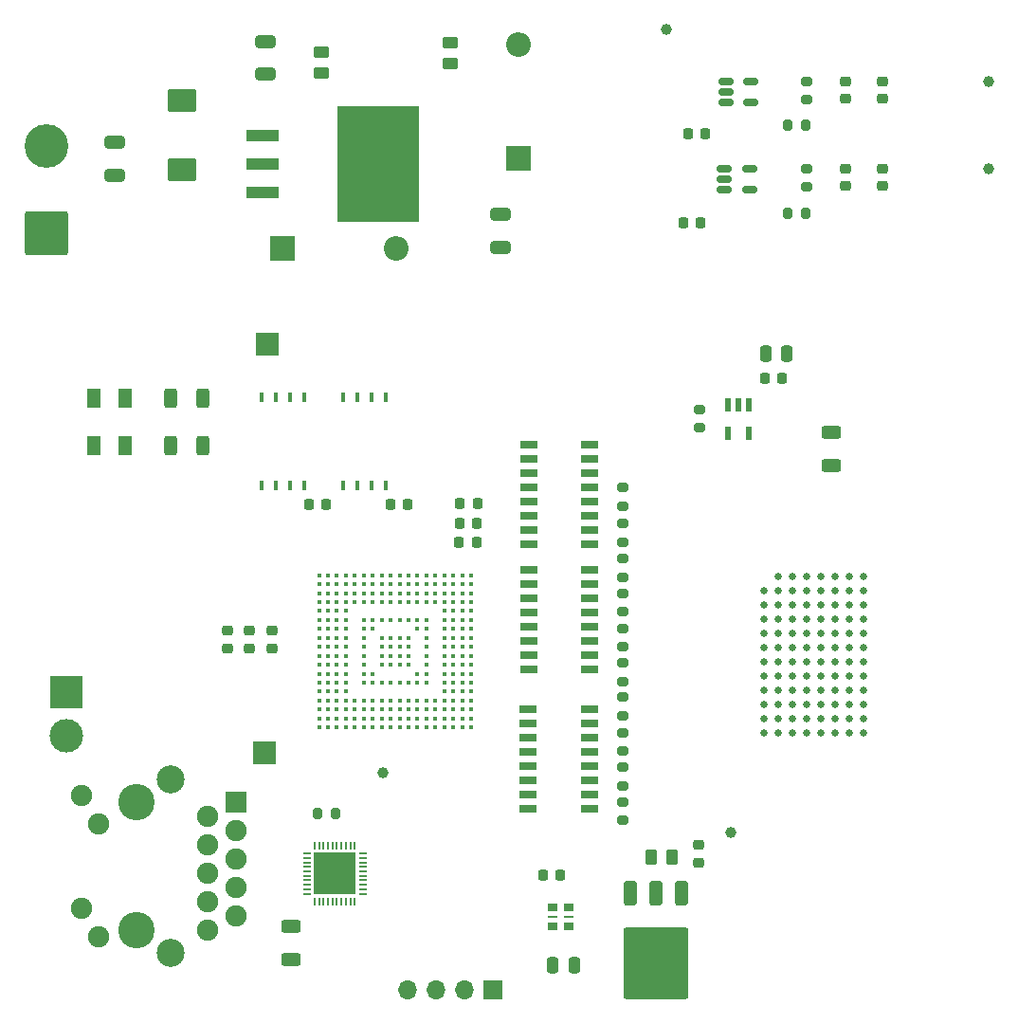
<source format=gbr>
%TF.GenerationSoftware,KiCad,Pcbnew,9.0.0*%
%TF.CreationDate,2025-02-27T19:38:36-05:00*%
%TF.ProjectId,S25-26,5332352d-3236-42e6-9b69-6361645f7063,rev?*%
%TF.SameCoordinates,Original*%
%TF.FileFunction,Soldermask,Top*%
%TF.FilePolarity,Negative*%
%FSLAX46Y46*%
G04 Gerber Fmt 4.6, Leading zero omitted, Abs format (unit mm)*
G04 Created by KiCad (PCBNEW 9.0.0) date 2025-02-27 19:38:36*
%MOMM*%
%LPD*%
G01*
G04 APERTURE LIST*
G04 Aperture macros list*
%AMRoundRect*
0 Rectangle with rounded corners*
0 $1 Rounding radius*
0 $2 $3 $4 $5 $6 $7 $8 $9 X,Y pos of 4 corners*
0 Add a 4 corners polygon primitive as box body*
4,1,4,$2,$3,$4,$5,$6,$7,$8,$9,$2,$3,0*
0 Add four circle primitives for the rounded corners*
1,1,$1+$1,$2,$3*
1,1,$1+$1,$4,$5*
1,1,$1+$1,$6,$7*
1,1,$1+$1,$8,$9*
0 Add four rect primitives between the rounded corners*
20,1,$1+$1,$2,$3,$4,$5,0*
20,1,$1+$1,$4,$5,$6,$7,0*
20,1,$1+$1,$6,$7,$8,$9,0*
20,1,$1+$1,$8,$9,$2,$3,0*%
G04 Aperture macros list end*
%ADD10R,7.250000X10.300000*%
%ADD11R,3.000000X1.000000*%
%ADD12RoundRect,0.225000X-0.250000X0.225000X-0.250000X-0.225000X0.250000X-0.225000X0.250000X0.225000X0*%
%ADD13C,1.000000*%
%ADD14R,3.000000X3.000000*%
%ADD15C,3.000000*%
%ADD16C,3.250000*%
%ADD17C,1.900000*%
%ADD18R,1.900000X1.900000*%
%ADD19C,2.500000*%
%ADD20RoundRect,0.200000X0.200000X0.275000X-0.200000X0.275000X-0.200000X-0.275000X0.200000X-0.275000X0*%
%ADD21R,0.450000X0.850000*%
%ADD22RoundRect,0.250000X-0.312500X-0.625000X0.312500X-0.625000X0.312500X0.625000X-0.312500X0.625000X0*%
%ADD23RoundRect,0.250000X-0.250000X-0.475000X0.250000X-0.475000X0.250000X0.475000X-0.250000X0.475000X0*%
%ADD24RoundRect,0.250000X-0.350000X0.850000X-0.350000X-0.850000X0.350000X-0.850000X0.350000X0.850000X0*%
%ADD25RoundRect,0.249997X-2.650003X2.950003X-2.650003X-2.950003X2.650003X-2.950003X2.650003X2.950003X0*%
%ADD26RoundRect,0.250000X-0.262500X-0.450000X0.262500X-0.450000X0.262500X0.450000X-0.262500X0.450000X0*%
%ADD27RoundRect,0.250000X1.025000X-0.787500X1.025000X0.787500X-1.025000X0.787500X-1.025000X-0.787500X0*%
%ADD28RoundRect,0.250000X-0.625000X0.312500X-0.625000X-0.312500X0.625000X-0.312500X0.625000X0.312500X0*%
%ADD29RoundRect,0.250002X1.699998X-1.699998X1.699998X1.699998X-1.699998X1.699998X-1.699998X-1.699998X0*%
%ADD30C,3.900000*%
%ADD31RoundRect,0.250000X0.650000X-0.325000X0.650000X0.325000X-0.650000X0.325000X-0.650000X-0.325000X0*%
%ADD32R,0.600000X1.200000*%
%ADD33RoundRect,0.200000X0.275000X-0.200000X0.275000X0.200000X-0.275000X0.200000X-0.275000X-0.200000X0*%
%ADD34RoundRect,0.150000X-0.512500X-0.150000X0.512500X-0.150000X0.512500X0.150000X-0.512500X0.150000X0*%
%ADD35R,2.000000X2.000000*%
%ADD36R,1.150000X1.800000*%
%ADD37RoundRect,0.250000X0.450000X-0.262500X0.450000X0.262500X-0.450000X0.262500X-0.450000X-0.262500X0*%
%ADD38RoundRect,0.225000X-0.225000X-0.250000X0.225000X-0.250000X0.225000X0.250000X-0.225000X0.250000X0*%
%ADD39RoundRect,0.250000X0.625000X-0.312500X0.625000X0.312500X-0.625000X0.312500X-0.625000X-0.312500X0*%
%ADD40RoundRect,0.225000X0.225000X0.250000X-0.225000X0.250000X-0.225000X-0.250000X0.225000X-0.250000X0*%
%ADD41R,1.525000X0.650000*%
%ADD42C,0.410000*%
%ADD43RoundRect,0.250000X-0.650000X0.325000X-0.650000X-0.325000X0.650000X-0.325000X0.650000X0.325000X0*%
%ADD44RoundRect,0.200000X-0.275000X0.200000X-0.275000X-0.200000X0.275000X-0.200000X0.275000X0.200000X0*%
%ADD45R,2.200000X2.200000*%
%ADD46O,2.200000X2.200000*%
%ADD47R,0.800000X0.200000*%
%ADD48R,0.200000X0.800000*%
%ADD49R,3.800000X3.800000*%
%ADD50R,0.850000X0.650000*%
%ADD51R,0.850000X0.250000*%
%ADD52R,1.700000X1.700000*%
%ADD53O,1.700000X1.700000*%
%ADD54C,0.640000*%
G04 APERTURE END LIST*
D10*
%TO.C,IC3*%
X141500000Y-64500000D03*
D11*
X131200000Y-67040000D03*
X131200000Y-64500000D03*
X131200000Y-61960000D03*
%TD*%
D12*
%TO.C,C28*%
X186500000Y-57100000D03*
X186500000Y-58650000D03*
%TD*%
D13*
%TO.C,2V1*%
X196000000Y-64900000D03*
%TD*%
D14*
%TO.C,J3*%
X113600000Y-111620000D03*
D15*
X113600000Y-115500000D03*
%TD*%
D16*
%TO.C,J4*%
X119875000Y-121460000D03*
X119875000Y-132890000D03*
D17*
X116495000Y-133500000D03*
X114975000Y-130960000D03*
X116495000Y-123390000D03*
X114975000Y-120850000D03*
D18*
X128765000Y-121460000D03*
D17*
X126225000Y-122730000D03*
X128765000Y-124000000D03*
X126225000Y-125270000D03*
X128765000Y-126540000D03*
X126225000Y-127810000D03*
X128765000Y-129080000D03*
X126225000Y-130350000D03*
X128765000Y-131620000D03*
X126225000Y-132890000D03*
D19*
X122925000Y-119400000D03*
X122925000Y-134950000D03*
%TD*%
D20*
%TO.C,RP3_2*%
X179700000Y-68900000D03*
X178050000Y-68900000D03*
%TD*%
D21*
%TO.C,IC4*%
X134870000Y-85300000D03*
X133600000Y-85300000D03*
X132330000Y-85300000D03*
X131060000Y-85300000D03*
X131060000Y-93200000D03*
X132330000Y-93200000D03*
X133600000Y-93200000D03*
X134870000Y-93200000D03*
%TD*%
D22*
%TO.C,R1*%
X122937500Y-85400000D03*
X125862500Y-85400000D03*
%TD*%
D23*
%TO.C,C63*%
X176100000Y-81400000D03*
X178000000Y-81400000D03*
%TD*%
D24*
%TO.C,Q1*%
X168600000Y-129600000D03*
X166320000Y-129600000D03*
X164040000Y-129600000D03*
D25*
X166320000Y-135900000D03*
%TD*%
D20*
%TO.C,R3*%
X137700000Y-122500000D03*
X136050000Y-122500000D03*
%TD*%
D13*
%TO.C,3V3*%
X167200000Y-52500000D03*
%TD*%
%TO.C,VCORE1*%
X173000000Y-124200000D03*
%TD*%
D22*
%TO.C,R2*%
X122937500Y-89600000D03*
X125862500Y-89600000D03*
%TD*%
D26*
%TO.C,R6*%
X165875000Y-126400000D03*
X167700000Y-126400000D03*
%TD*%
D27*
%TO.C,C21*%
X123950000Y-65000000D03*
X123950000Y-58775000D03*
%TD*%
D12*
%TO.C,C48*%
X132050000Y-106175000D03*
X132050000Y-107725000D03*
%TD*%
D28*
%TO.C,R5*%
X181950000Y-88487500D03*
X181950000Y-91412500D03*
%TD*%
D29*
%TO.C,J1*%
X111825000Y-70675000D03*
D30*
X111825000Y-62875000D03*
%TD*%
D12*
%TO.C,C26*%
X183200000Y-64900000D03*
X183200000Y-66450000D03*
%TD*%
%TO.C,C30*%
X128050000Y-106175000D03*
X128050000Y-107725000D03*
%TD*%
D31*
%TO.C,Cin1*%
X117950000Y-65475000D03*
X117950000Y-62525000D03*
%TD*%
D20*
%TO.C,RP2_2*%
X179700000Y-61000000D03*
X178050000Y-61000000D03*
%TD*%
D32*
%TO.C,IC7*%
X174600000Y-86000000D03*
X173650000Y-86000000D03*
X172700000Y-86000000D03*
X172700000Y-88500000D03*
X174600000Y-88500000D03*
%TD*%
D33*
%TO.C,RLVDS3*%
X163332000Y-119995000D03*
X163332000Y-118345000D03*
%TD*%
%TO.C,RLVDS11*%
X163334000Y-95035000D03*
X163334000Y-93385000D03*
%TD*%
D34*
%TO.C,U2*%
X172400000Y-64900000D03*
X172400000Y-65850000D03*
X172400000Y-66800000D03*
X174675000Y-66800000D03*
X174675000Y-64900000D03*
%TD*%
D35*
%TO.C,TP11*%
X131600000Y-80600000D03*
%TD*%
D33*
%TO.C,RLVDS7*%
X163346000Y-107590000D03*
X163346000Y-105940000D03*
%TD*%
D36*
%TO.C,TR2*%
X118875000Y-89600000D03*
X116075000Y-89600000D03*
%TD*%
D37*
%TO.C,RP1_1*%
X136450000Y-56325000D03*
X136450000Y-54500000D03*
%TD*%
D13*
%TO.C,3V0*%
X196000000Y-57100000D03*
%TD*%
D38*
%TO.C,C37*%
X156225000Y-128000000D03*
X157775000Y-128000000D03*
%TD*%
D39*
%TO.C,R4*%
X133675000Y-135500000D03*
X133675000Y-132575000D03*
%TD*%
D21*
%TO.C,IC5*%
X142140000Y-85300000D03*
X140870000Y-85300000D03*
X139600000Y-85300000D03*
X138330000Y-85300000D03*
X138330000Y-93200000D03*
X139600000Y-93200000D03*
X140870000Y-93200000D03*
X142140000Y-93200000D03*
%TD*%
D40*
%TO.C,C55*%
X150350000Y-94800000D03*
X148800000Y-94800000D03*
%TD*%
D12*
%TO.C,C27*%
X186500000Y-64925000D03*
X186500000Y-66475000D03*
%TD*%
D38*
%TO.C,C23*%
X169150000Y-61800000D03*
X170700000Y-61800000D03*
%TD*%
D33*
%TO.C,RLVDS8*%
X163346000Y-104490000D03*
X163346000Y-102840000D03*
%TD*%
D38*
%TO.C,C64*%
X176000000Y-83600000D03*
X177550000Y-83600000D03*
%TD*%
D33*
%TO.C,RLVDS6*%
X163346000Y-110690000D03*
X163346000Y-109040000D03*
%TD*%
D41*
%TO.C,IC9*%
X160370000Y-109630000D03*
X160370000Y-108360000D03*
X160370000Y-107090000D03*
X160370000Y-105820000D03*
X160370000Y-104550000D03*
X160370000Y-103280000D03*
X160370000Y-102010000D03*
X160370000Y-100740000D03*
X154946000Y-100740000D03*
X154946000Y-102010000D03*
X154946000Y-103280000D03*
X154946000Y-104550000D03*
X154946000Y-105820000D03*
X154946000Y-107090000D03*
X154946000Y-108360000D03*
X154946000Y-109630000D03*
%TD*%
D33*
%TO.C,RLVDS9*%
X163346000Y-101390000D03*
X163346000Y-99740000D03*
%TD*%
D31*
%TO.C,C22*%
X131450000Y-56475000D03*
X131450000Y-53525000D03*
%TD*%
D42*
%TO.C,IC6*%
X149800000Y-101200000D03*
X149800000Y-102000000D03*
X149800000Y-102800000D03*
X149800000Y-103600000D03*
X149800000Y-104400000D03*
X149800000Y-105200000D03*
X149800000Y-106000000D03*
X149800000Y-106800000D03*
X149800000Y-107600000D03*
X149800000Y-108400000D03*
X149800000Y-109200000D03*
X149800000Y-110000000D03*
X149800000Y-110800000D03*
X149800000Y-111600000D03*
X149800000Y-112400000D03*
X149800000Y-113200000D03*
X149800000Y-114000000D03*
X149800000Y-114800000D03*
X149000000Y-101200000D03*
X149000000Y-102000000D03*
X149000000Y-102800000D03*
X149000000Y-103600000D03*
X149000000Y-104400000D03*
X149000000Y-105200000D03*
X149000000Y-106000000D03*
X149000000Y-106800000D03*
X149000000Y-107600000D03*
X149000000Y-108400000D03*
X149000000Y-109200000D03*
X149000000Y-110000000D03*
X149000000Y-110800000D03*
X149000000Y-111600000D03*
X149000000Y-112400000D03*
X149000000Y-113200000D03*
X149000000Y-114000000D03*
X149000000Y-114800000D03*
X148200000Y-101200000D03*
X148200000Y-102000000D03*
X148200000Y-102800000D03*
X148200000Y-103600000D03*
X148200000Y-104400000D03*
X148200000Y-105200000D03*
X148200000Y-106000000D03*
X148200000Y-106800000D03*
X148200000Y-107600000D03*
X148200000Y-108400000D03*
X148200000Y-109200000D03*
X148200000Y-110000000D03*
X148200000Y-110800000D03*
X148200000Y-111600000D03*
X148200000Y-112400000D03*
X148200000Y-113200000D03*
X148200000Y-114000000D03*
X148200000Y-114800000D03*
X147400000Y-101200000D03*
X147400000Y-102000000D03*
X147400000Y-102800000D03*
X147400000Y-103600000D03*
X147400000Y-104400000D03*
X147400000Y-105200000D03*
X147400000Y-106000000D03*
X147400000Y-106800000D03*
X147400000Y-107600000D03*
X147400000Y-108400000D03*
X147400000Y-109200000D03*
X147400000Y-110000000D03*
X147400000Y-110800000D03*
X147400000Y-111600000D03*
X147400000Y-112400000D03*
X147400000Y-113200000D03*
X147400000Y-114000000D03*
X147400000Y-114800000D03*
X146600000Y-101200000D03*
X146600000Y-102000000D03*
X146600000Y-102800000D03*
X146600000Y-103600000D03*
X146600000Y-112400000D03*
X146600000Y-113200000D03*
X146600000Y-114000000D03*
X146600000Y-114800000D03*
X145800000Y-101200000D03*
X145800000Y-102000000D03*
X145800000Y-102800000D03*
X145800000Y-103600000D03*
X145800000Y-105200000D03*
X145800000Y-106000000D03*
X145800000Y-106800000D03*
X145800000Y-107600000D03*
X145800000Y-108400000D03*
X145800000Y-109200000D03*
X145800000Y-110000000D03*
X145800000Y-110800000D03*
X145800000Y-112400000D03*
X145800000Y-113200000D03*
X145800000Y-114000000D03*
X145800000Y-114800000D03*
X145000000Y-101200000D03*
X145000000Y-102000000D03*
X145000000Y-102800000D03*
X145000000Y-103600000D03*
X145000000Y-105200000D03*
X145000000Y-106000000D03*
X145000000Y-110000000D03*
X145000000Y-110800000D03*
X145000000Y-112400000D03*
X145000000Y-113200000D03*
X145000000Y-114000000D03*
X145000000Y-114800000D03*
X144200000Y-101200000D03*
X144200000Y-102000000D03*
X144200000Y-102800000D03*
X144200000Y-103600000D03*
X144200000Y-105200000D03*
X144200000Y-106800000D03*
X144200000Y-107600000D03*
X144200000Y-108400000D03*
X144200000Y-109200000D03*
X144200000Y-110800000D03*
X144200000Y-112400000D03*
X144200000Y-113200000D03*
X144200000Y-114000000D03*
X144200000Y-114800000D03*
X143400000Y-101200000D03*
X143400000Y-102000000D03*
X143400000Y-102800000D03*
X143400000Y-103600000D03*
X143400000Y-105200000D03*
X143400000Y-106800000D03*
X143400000Y-107600000D03*
X143400000Y-108400000D03*
X143400000Y-109200000D03*
X143400000Y-110800000D03*
X143400000Y-112400000D03*
X143400000Y-113200000D03*
X143400000Y-114000000D03*
X143400000Y-114800000D03*
X142600000Y-101200000D03*
X142600000Y-102000000D03*
X142600000Y-102800000D03*
X142600000Y-103600000D03*
X142600000Y-105200000D03*
X142600000Y-106800000D03*
X142600000Y-107600000D03*
X142600000Y-108400000D03*
X142600000Y-109200000D03*
X142600000Y-110800000D03*
X142600000Y-112400000D03*
X142600000Y-113200000D03*
X142600000Y-114000000D03*
X142600000Y-114800000D03*
X141800000Y-101200000D03*
X141800000Y-102000000D03*
X141800000Y-102800000D03*
X141800000Y-103600000D03*
X141800000Y-105200000D03*
X141800000Y-106800000D03*
X141800000Y-107600000D03*
X141800000Y-108400000D03*
X141800000Y-109200000D03*
X141800000Y-110800000D03*
X141800000Y-112400000D03*
X141800000Y-113200000D03*
X141800000Y-114000000D03*
X141800000Y-114800000D03*
X141000000Y-101200000D03*
X141000000Y-102000000D03*
X141000000Y-102800000D03*
X141000000Y-103600000D03*
X141000000Y-105200000D03*
X141000000Y-106000000D03*
X141000000Y-110000000D03*
X141000000Y-110800000D03*
X141000000Y-112400000D03*
X141000000Y-113200000D03*
X141000000Y-114000000D03*
X141000000Y-114800000D03*
X140200000Y-101200000D03*
X140200000Y-102000000D03*
X140200000Y-102800000D03*
X140200000Y-103600000D03*
X140200000Y-105200000D03*
X140200000Y-106000000D03*
X140200000Y-106800000D03*
X140200000Y-107600000D03*
X140200000Y-108400000D03*
X140200000Y-109200000D03*
X140200000Y-110000000D03*
X140200000Y-110800000D03*
X140200000Y-112400000D03*
X140200000Y-113200000D03*
X140200000Y-114000000D03*
X140200000Y-114800000D03*
X139400000Y-101200000D03*
X139400000Y-102000000D03*
X139400000Y-102800000D03*
X139400000Y-103600000D03*
X139400000Y-112400000D03*
X139400000Y-113200000D03*
X139400000Y-114000000D03*
X139400000Y-114800000D03*
X138600000Y-101200000D03*
X138600000Y-102000000D03*
X138600000Y-102800000D03*
X138600000Y-103600000D03*
X138600000Y-104400000D03*
X138600000Y-105200000D03*
X138600000Y-106000000D03*
X138600000Y-106800000D03*
X138600000Y-107600000D03*
X138600000Y-108400000D03*
X138600000Y-109200000D03*
X138600000Y-110000000D03*
X138600000Y-110800000D03*
X138600000Y-111600000D03*
X138600000Y-112400000D03*
X138600000Y-113200000D03*
X138600000Y-114000000D03*
X138600000Y-114800000D03*
X137800000Y-101200000D03*
X137800000Y-102000000D03*
X137800000Y-102800000D03*
X137800000Y-103600000D03*
X137800000Y-104400000D03*
X137800000Y-105200000D03*
X137800000Y-106000000D03*
X137800000Y-106800000D03*
X137800000Y-107600000D03*
X137800000Y-108400000D03*
X137800000Y-109200000D03*
X137800000Y-110000000D03*
X137800000Y-110800000D03*
X137800000Y-111600000D03*
X137800000Y-112400000D03*
X137800000Y-113200000D03*
X137800000Y-114000000D03*
X137800000Y-114800000D03*
X137000000Y-101200000D03*
X137000000Y-102000000D03*
X137000000Y-102800000D03*
X137000000Y-103600000D03*
X137000000Y-104400000D03*
X137000000Y-105200000D03*
X137000000Y-106000000D03*
X137000000Y-106800000D03*
X137000000Y-107600000D03*
X137000000Y-108400000D03*
X137000000Y-109200000D03*
X137000000Y-110000000D03*
X137000000Y-110800000D03*
X137000000Y-111600000D03*
X137000000Y-112400000D03*
X137000000Y-113200000D03*
X137000000Y-114000000D03*
X137000000Y-114800000D03*
X136200000Y-101200000D03*
X136200000Y-102000000D03*
X136200000Y-102800000D03*
X136200000Y-103600000D03*
X136200000Y-104400000D03*
X136200000Y-105200000D03*
X136200000Y-106000000D03*
X136200000Y-106800000D03*
X136200000Y-107600000D03*
X136200000Y-108400000D03*
X136200000Y-109200000D03*
X136200000Y-110000000D03*
X136200000Y-110800000D03*
X136200000Y-111600000D03*
X136200000Y-112400000D03*
X136200000Y-113200000D03*
X136200000Y-114000000D03*
X136200000Y-114800000D03*
%TD*%
D43*
%TO.C,Cin2*%
X152450000Y-69000000D03*
X152450000Y-71950000D03*
%TD*%
D41*
%TO.C,IC8*%
X160332000Y-122065000D03*
X160332000Y-120795000D03*
X160332000Y-119525000D03*
X160332000Y-118255000D03*
X160332000Y-116985000D03*
X160332000Y-115715000D03*
X160332000Y-114445000D03*
X160332000Y-113175000D03*
X154908000Y-113175000D03*
X154908000Y-114445000D03*
X154908000Y-115715000D03*
X154908000Y-116985000D03*
X154908000Y-118255000D03*
X154908000Y-119525000D03*
X154908000Y-120795000D03*
X154908000Y-122065000D03*
%TD*%
D12*
%TO.C,C40*%
X130000000Y-106175000D03*
X130000000Y-107725000D03*
%TD*%
D44*
%TO.C,RP2_1*%
X179800000Y-57100000D03*
X179800000Y-58750000D03*
%TD*%
D41*
%TO.C,IC10*%
X160358000Y-98475000D03*
X160358000Y-97205000D03*
X160358000Y-95935000D03*
X160358000Y-94665000D03*
X160358000Y-93395000D03*
X160358000Y-92125000D03*
X160358000Y-90855000D03*
X160358000Y-89585000D03*
X154934000Y-89585000D03*
X154934000Y-90855000D03*
X154934000Y-92125000D03*
X154934000Y-93395000D03*
X154934000Y-94665000D03*
X154934000Y-95935000D03*
X154934000Y-97205000D03*
X154934000Y-98475000D03*
%TD*%
D44*
%TO.C,RP3_1*%
X179800000Y-64875000D03*
X179800000Y-66525000D03*
%TD*%
D45*
%TO.C,D1*%
X132900000Y-72030000D03*
D46*
X143060000Y-72030000D03*
%TD*%
D38*
%TO.C,C24*%
X168750000Y-69700000D03*
X170300000Y-69700000D03*
%TD*%
D13*
%TO.C,XRES1*%
X141900000Y-118800000D03*
%TD*%
D12*
%TO.C,C25*%
X183200000Y-57125000D03*
X183200000Y-58675000D03*
%TD*%
D33*
%TO.C,RLVDS2*%
X163332000Y-123095000D03*
X163332000Y-121445000D03*
%TD*%
D37*
%TO.C,RP1_2*%
X147950000Y-55500000D03*
X147950000Y-53675000D03*
%TD*%
D34*
%TO.C,U1*%
X172525000Y-57100000D03*
X172525000Y-58050000D03*
X172525000Y-59000000D03*
X174800000Y-59000000D03*
X174800000Y-57100000D03*
%TD*%
D23*
%TO.C,C39*%
X157100000Y-136000000D03*
X159000000Y-136000000D03*
%TD*%
D40*
%TO.C,C57*%
X150275000Y-98250000D03*
X148725000Y-98250000D03*
%TD*%
D33*
%TO.C,RLVDS1*%
X170200000Y-88025000D03*
X170200000Y-86375000D03*
%TD*%
D47*
%TO.C,IC2*%
X135100000Y-126050000D03*
X135100000Y-126450000D03*
X135100000Y-126850000D03*
X135100000Y-127250000D03*
X135100000Y-127650000D03*
X135100000Y-128050000D03*
X135100000Y-128450000D03*
X135100000Y-128850000D03*
X135100000Y-129250000D03*
X135100000Y-129650000D03*
D48*
X135800000Y-130350000D03*
X136200000Y-130350000D03*
X136600000Y-130350000D03*
X137000000Y-130350000D03*
X137400000Y-130350000D03*
X137800000Y-130350000D03*
X138200000Y-130350000D03*
X138600000Y-130350000D03*
X139000000Y-130350000D03*
X139400000Y-130350000D03*
D47*
X140100000Y-129650000D03*
X140100000Y-129250000D03*
X140100000Y-128850000D03*
X140100000Y-128450000D03*
X140100000Y-128050000D03*
X140100000Y-127650000D03*
X140100000Y-127250000D03*
X140100000Y-126850000D03*
X140100000Y-126450000D03*
X140100000Y-126050000D03*
D48*
X139400000Y-125350000D03*
X139000000Y-125350000D03*
X138600000Y-125350000D03*
X138200000Y-125350000D03*
X137800000Y-125350000D03*
X137400000Y-125350000D03*
X137000000Y-125350000D03*
X136600000Y-125350000D03*
X136200000Y-125350000D03*
X135800000Y-125350000D03*
D49*
X137600000Y-127850000D03*
%TD*%
D36*
%TO.C,TR1*%
X118900000Y-85400000D03*
X116100000Y-85400000D03*
%TD*%
D50*
%TO.C,Y1*%
X158550000Y-132550000D03*
D51*
X158550000Y-131725000D03*
D50*
X158550000Y-130900000D03*
X157100000Y-130900000D03*
D51*
X157100000Y-131725000D03*
D50*
X157100000Y-132550000D03*
%TD*%
D52*
%TO.C,J2*%
X151700000Y-138200000D03*
D53*
X149160000Y-138200000D03*
X146620000Y-138200000D03*
X144080000Y-138200000D03*
%TD*%
D40*
%TO.C,C60*%
X150325000Y-96550000D03*
X148775000Y-96550000D03*
%TD*%
D33*
%TO.C,RLVDS5*%
X163332000Y-113745000D03*
X163332000Y-112095000D03*
%TD*%
D45*
%TO.C,D2*%
X154000000Y-64000000D03*
D46*
X154000000Y-53840000D03*
%TD*%
D38*
%TO.C,C43*%
X142600000Y-94900000D03*
X144150000Y-94900000D03*
%TD*%
D35*
%TO.C,TP9*%
X131350000Y-117100000D03*
%TD*%
D33*
%TO.C,RLVDS4*%
X163332000Y-116895000D03*
X163332000Y-115245000D03*
%TD*%
D38*
%TO.C,C42*%
X135325000Y-94900000D03*
X136875000Y-94900000D03*
%TD*%
D12*
%TO.C,C62*%
X170100000Y-125300000D03*
X170100000Y-126850000D03*
%TD*%
D54*
%TO.C,IC1*%
X175970000Y-102560000D03*
X175970000Y-103830000D03*
X175970000Y-105100000D03*
X175970000Y-106370000D03*
X175970000Y-107640000D03*
X175970000Y-108910000D03*
X175970000Y-110180000D03*
X175970000Y-111450000D03*
X175970000Y-112720000D03*
X175970000Y-113990000D03*
X175970000Y-115260000D03*
X177240000Y-101290000D03*
X177240000Y-102560000D03*
X177240000Y-103830000D03*
X177240000Y-105100000D03*
X177240000Y-106370000D03*
X177240000Y-107640000D03*
X177240000Y-108910000D03*
X177240000Y-110180000D03*
X177240000Y-111450000D03*
X177240000Y-112720000D03*
X177240000Y-113990000D03*
X177240000Y-115260000D03*
X178510000Y-101290000D03*
X178510000Y-102560000D03*
X178510000Y-103830000D03*
X178510000Y-105100000D03*
X178510000Y-106370000D03*
X178510000Y-107640000D03*
X178510000Y-108910000D03*
X178510000Y-110180000D03*
X178510000Y-111450000D03*
X178510000Y-112720000D03*
X178510000Y-113990000D03*
X178510000Y-115260000D03*
X179780000Y-101290000D03*
X179780000Y-102560000D03*
X179780000Y-103830000D03*
X179780000Y-105100000D03*
X179780000Y-106370000D03*
X179780000Y-107640000D03*
X179780000Y-108910000D03*
X179780000Y-110180000D03*
X179780000Y-111450000D03*
X179780000Y-112720000D03*
X179780000Y-113990000D03*
X179780000Y-115260000D03*
X181050000Y-101290000D03*
X181050000Y-102560000D03*
X181050000Y-103830000D03*
X181050000Y-105100000D03*
X181050000Y-106370000D03*
X181050000Y-107640000D03*
X181050000Y-108910000D03*
X181050000Y-110180000D03*
X181050000Y-111450000D03*
X181050000Y-112720000D03*
X181050000Y-113990000D03*
X181050000Y-115260000D03*
X182320000Y-101290000D03*
X182320000Y-102560000D03*
X182320000Y-103830000D03*
X182320000Y-105100000D03*
X182320000Y-106370000D03*
X182320000Y-107640000D03*
X182320000Y-108910000D03*
X182320000Y-110180000D03*
X182320000Y-111450000D03*
X182320000Y-112720000D03*
X182320000Y-113990000D03*
X182320000Y-115260000D03*
X183590000Y-101290000D03*
X183590000Y-102560000D03*
X183590000Y-103830000D03*
X183590000Y-105100000D03*
X183590000Y-106370000D03*
X183590000Y-107640000D03*
X183590000Y-108910000D03*
X183590000Y-110180000D03*
X183590000Y-111450000D03*
X183590000Y-112720000D03*
X183590000Y-113990000D03*
X183590000Y-115260000D03*
X184860000Y-101290000D03*
X184860000Y-102560000D03*
X184860000Y-103830000D03*
X184860000Y-105100000D03*
X184860000Y-106370000D03*
X184860000Y-107640000D03*
X184860000Y-108910000D03*
X184860000Y-110180000D03*
X184860000Y-111450000D03*
X184860000Y-112720000D03*
X184860000Y-113990000D03*
X184860000Y-115260000D03*
%TD*%
D33*
%TO.C,RLVDS10*%
X163334000Y-98235000D03*
X163334000Y-96585000D03*
%TD*%
M02*

</source>
